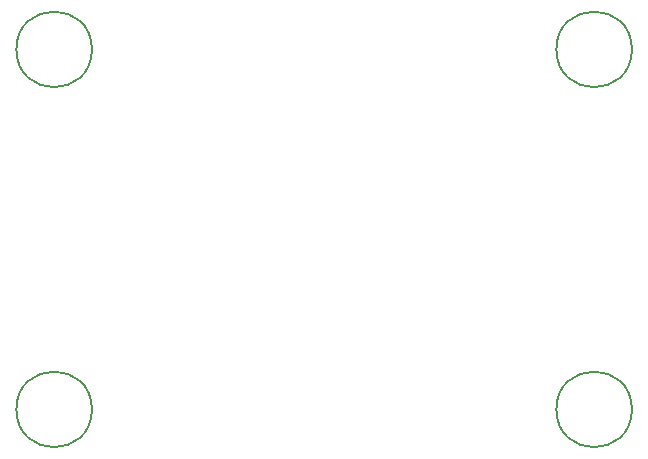
<source format=gbr>
%TF.GenerationSoftware,KiCad,Pcbnew,7.0.5-7.0.5~ubuntu22.04.1*%
%TF.CreationDate,2023-06-17T21:55:33-05:00*%
%TF.ProjectId,power-sensor-breakout,706f7765-722d-4736-956e-736f722d6272,rev?*%
%TF.SameCoordinates,Original*%
%TF.FileFunction,Other,Comment*%
%FSLAX46Y46*%
G04 Gerber Fmt 4.6, Leading zero omitted, Abs format (unit mm)*
G04 Created by KiCad (PCBNEW 7.0.5-7.0.5~ubuntu22.04.1) date 2023-06-17 21:55:33*
%MOMM*%
%LPD*%
G01*
G04 APERTURE LIST*
%ADD10C,0.150000*%
G04 APERTURE END LIST*
D10*
%TO.C,H3*%
X99720000Y-104140000D02*
G75*
G03*
X99720000Y-104140000I-3200000J0D01*
G01*
%TO.C,H4*%
X145440000Y-104140000D02*
G75*
G03*
X145440000Y-104140000I-3200000J0D01*
G01*
%TO.C,H2*%
X145440000Y-73660000D02*
G75*
G03*
X145440000Y-73660000I-3200000J0D01*
G01*
%TO.C,H1*%
X99720000Y-73660000D02*
G75*
G03*
X99720000Y-73660000I-3200000J0D01*
G01*
%TD*%
M02*

</source>
